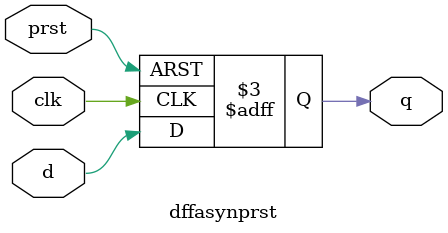
<source format=v>
module dffasynprst (
input d,clk,prst,
output reg q);

always @(posedge clk or posedge prst)
begin
if (prst==1)  q <= 1'b1;
else    q<=d;
end
endmodule


</source>
